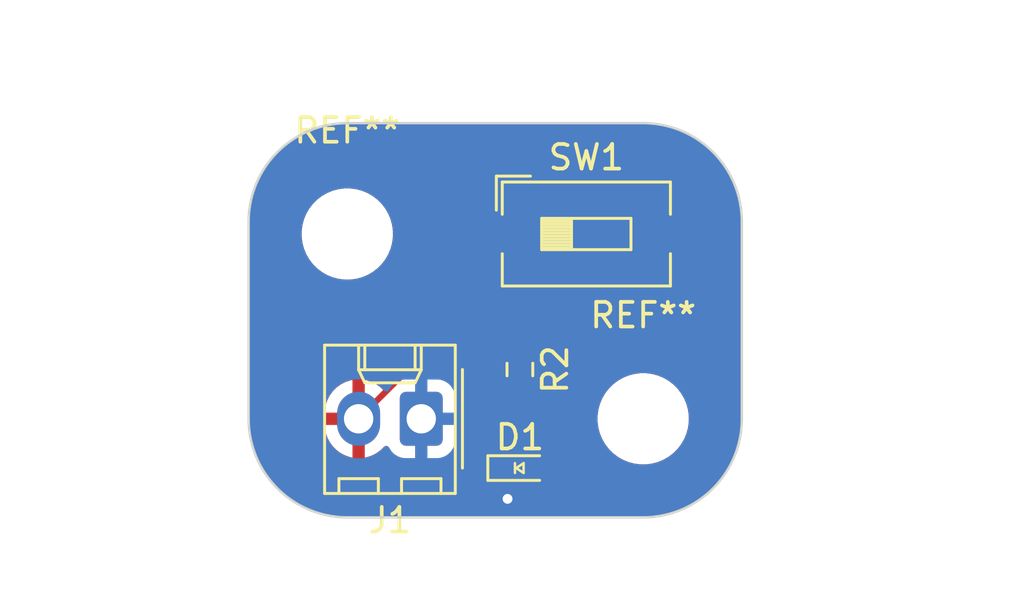
<source format=kicad_pcb>
(kicad_pcb (version 20240108) (generator "pcbnew") (generator_version "8.0")
  (title_block (title "Template") (date "2022-08-16") (rev "0.0") (company "Illini Solar Car") (comment 1 "Designed By: Your Name"))
  (layers (0 "F.Cu" signal) (31 "B.Cu" signal) (34 "B.Paste" user) (35 "F.Paste" user) (36 "B.SilkS" user "B.Silkscreen") (37 "F.SilkS" user "F.Silkscreen") (38 "B.Mask" user) (39 "F.Mask" user) (44 "Edge.Cuts" user))
  (net 0 "")
  (net 1 "Net-(D1-A)")
  (net 2 "GND")
  (net 3 "+3V3")
  (net 4 "Net-(R2-Pad1)")
  (footprint "MountingHole:MountingHole_3.2mm_M3" (layer "F.Cu") (at 138 85)
    (property "Reference" "REF**" (at 0 -4.2 0) (layer "F.SilkS"))
    (property "Value" "MountingHole_3.2mm_M3")
    (pad "" np_thru_hole circle (at 0 0) (size 3.2 3.2) (drill 3.2) (layers "*.Cu" "*.Mask"))
  )
  (footprint "Connector_Molex:Molex_KK-254_AE-6410-02A_1x02_P2.54mm_Vertical" (layer "F.Cu") (at 129 85 180)
    (property "Reference" "J1" (at 1.27 -4.12 0) (layer "F.SilkS"))
    (property "Value" "Conn_01x02")
    (fp_line (start 3.92 2.99) (end 3.92 -3.03) (stroke (width 0.12)) (layer "F.SilkS"))
    (fp_line (start 3.92 -3.03) (end -1.38 -3.03) (stroke (width 0.12)) (layer "F.SilkS"))
    (fp_line (start 3.34 -2.43) (end 3.34 -3.03) (stroke (width 0.12)) (layer "F.SilkS"))
    (fp_line (start 2.54 1.99) (end 2.54 2.99) (stroke (width 0.12)) (layer "F.SilkS"))
    (fp_line (start 2.29 2.99) (end 2.29 1.99) (stroke (width 0.12)) (layer "F.SilkS"))
    (fp_line (start 2.29 1.46) (end 2.54 1.99) (stroke (width 0.12)) (layer "F.SilkS"))
    (fp_line (start 1.74 -2.43) (end 3.34 -2.43) (stroke (width 0.12)) (layer "F.SilkS"))
    (fp_line (start 1.74 -3.03) (end 1.74 -2.43) (stroke (width 0.12)) (layer "F.SilkS"))
    (fp_line (start 0.8 -2.43) (end 0.8 -3.03) (stroke (width 0.12)) (layer "F.SilkS"))
    (fp_line (start 0.25 2.99) (end 0.25 1.99) (stroke (width 0.12)) (layer "F.SilkS"))
    (fp_line (start 0.25 1.46) (end 2.29 1.46) (stroke (width 0.12)) (layer "F.SilkS"))
    (fp_line (start 0 2.99) (end 0 1.99) (stroke (width 0.12)) (layer "F.SilkS"))
    (fp_line (start 0 1.99) (end 2.54 1.99) (stroke (width 0.12)) (layer "F.SilkS"))
    (fp_line (start 0 1.99) (end 0.25 1.46) (stroke (width 0.12)) (layer "F.SilkS"))
    (fp_line (start -0.8 -2.43) (end 0.8 -2.43) (stroke (width 0.12)) (layer "F.SilkS"))
    (fp_line (start -0.8 -3.03) (end -0.8 -2.43) (stroke (width 0.12)) (layer "F.SilkS"))
    (fp_line (start -1.38 2.99) (end 3.92 2.99) (stroke (width 0.12)) (layer "F.SilkS"))
    (fp_line (start -1.38 -3.03) (end -1.38 2.99) (stroke (width 0.12)) (layer "F.SilkS"))
    (fp_line (start -1.67 -2) (end -1.67 2) (stroke (width 0.12)) (layer "F.SilkS"))
    (pad "1" thru_hole roundrect (at 0 0 180) (size 1.74 2.19) (drill 1.19) (layers "*.Cu" "*.Mask") (roundrect_rratio 0.143678) (net 2 "GND"))
    (pad "2" thru_hole oval (at 2.54 0 180) (size 1.74 2.19) (drill 1.19) (layers "*.Cu" "*.Mask") (net 3 "+3V3"))
  )
  (footprint "Resistor_SMD:R_0603_1608Metric_Pad0.98x0.95mm_HandSolder" (layer "F.Cu") (at 133 83 -90)
    (property "Reference" "R2" (at 0 -1.43 90) (layer "F.SilkS"))
    (property "Value" "105")
    (fp_line (start -0.254724 0.5225) (end 0.254724 0.5225) (stroke (width 0.12)) (layer "F.SilkS"))
    (fp_line (start -0.254724 -0.5225) (end 0.254724 -0.5225) (stroke (width 0.12)) (layer "F.SilkS"))
    (pad "1" smd roundrect (at -0.9125 0 270) (size 0.975 0.95) (layers "F.Cu" "F.Paste" "F.Mask") (net 4 "Net-(R2-Pad1)"))
    (pad "2" smd roundrect (at 0.9125 0 270) (size 0.975 0.95) (layers "F.Cu" "F.Paste" "F.Mask") (net 1 "Net-(D1-A)"))
  )
  (footprint "MountingHole:MountingHole_3.2mm_M3" (layer "F.Cu") (at 126 77.5)
    (property "Reference" "REF**" (at 0 -4.2 0) (layer "F.SilkS"))
    (property "Value" "MountingHole_3.2mm_M3")
    (pad "" np_thru_hole circle (at 0 0) (size 3.2 3.2) (drill 3.2) (layers "*.Cu" "*.Mask"))
  )
  (footprint "Button_Switch_SMD:SW_DIP_SPSTx01_Slide_6.7x4.1mm_W8.61mm_P2.54mm_LowProfile" (layer "F.Cu") (at 135.695 77.5)
    (property "Reference" "SW1" (at 0 -3.11 0) (layer "F.SilkS"))
    (property "Value" "SW_Push")
    (fp_line (start -3.65 -2.35) (end -3.65 -0.967) (stroke (width 0.12)) (layer "F.SilkS"))
    (fp_line (start -3.65 -2.35) (end -2.267 -2.35) (stroke (width 0.12)) (layer "F.SilkS"))
    (fp_line (start -3.41 -2.11) (end -3.41 -0.8) (stroke (width 0.12)) (layer "F.SilkS"))
    (fp_line (start -3.41 -2.11) (end 3.41 -2.11) (stroke (width 0.12)) (layer "F.SilkS"))
    (fp_line (start -3.41 0.8) (end -3.41 2.11) (stroke (width 0.12)) (layer "F.SilkS"))
    (fp_line (start -3.41 2.11) (end 3.41 2.11) (stroke (width 0.12)) (layer "F.SilkS"))
    (fp_line (start -1.81 -0.635) (end -1.81 0.635) (stroke (width 0.12)) (layer "F.SilkS"))
    (fp_line (start -1.81 -0.515) (end -0.603333 -0.515) (stroke (width 0.12)) (layer "F.SilkS"))
    (fp_line (start -1.81 -0.395) (end -0.603333 -0.395) (stroke (width 0.12)) (layer "F.SilkS"))
    (fp_line (start -1.81 -0.275) (end -0.603333 -0.275) (stroke (width 0.12)) (layer "F.SilkS"))
    (fp_line (start -1.81 -0.155) (end -0.603333 -0.155) (stroke (width 0.12)) (layer "F.SilkS"))
    (fp_line (start -1.81 -0.035) (end -0.603333 -0.035) (stroke (width 0.12)) (layer "F.SilkS"))
    (fp_line (start -1.81 0.085) (end -0.603333 0.085) (stroke (width 0.12)) (layer "F.SilkS"))
    (fp_line (start -1.81 0.205) (end -0.603333 0.205) (stroke (width 0.12)) (layer "F.SilkS"))
    (fp_line (start -1.81 0.325) (end -0.603333 0.325) (stroke (width 0.12)) (layer "F.SilkS"))
    (fp_line (start -1.81 0.445) (end -0.603333 0.445) (stroke (width 0.12)) (layer "F.SilkS"))
    (fp_line (start -1.81 0.565) (end -0.603333 0.565) (stroke (width 0.12)) (layer "F.SilkS"))
    (fp_line (start -1.81 0.635) (end 1.81 0.635) (stroke (width 0.12)) (layer "F.SilkS"))
    (fp_line (start -0.603333 -0.635) (end -0.603333 0.635) (stroke (width 0.12)) (layer "F.SilkS"))
    (fp_line (start 1.81 -0.635) (end -1.81 -0.635) (stroke (width 0.12)) (layer "F.SilkS"))
    (fp_line (start 1.81 0.635) (end 1.81 -0.635) (stroke (width 0.12)) (layer "F.SilkS"))
    (fp_line (start 3.41 -2.11) (end 3.41 -0.8) (stroke (width 0.12)) (layer "F.SilkS"))
    (fp_line (start 3.41 0.8) (end 3.41 2.11) (stroke (width 0.12)) (layer "F.SilkS"))
    (pad "1" smd rect (at -4.305 0) (size 2.44 1.12) (layers "F.Cu" "F.Paste" "F.Mask") (net 3 "+3V3"))
    (pad "2" smd rect (at 4.305 0) (size 2.44 1.12) (layers "F.Cu" "F.Paste" "F.Mask") (net 4 "Net-(R2-Pad1)"))
  )
  (footprint "layout:LED_0603_Symbol_on_F.SilkS" (layer "F.Cu") (at 133 87)
    (property "Reference" "D1" (at 0 -1.25 0) (layer "F.SilkS"))
    (property "Value" "LED_RED")
    (fp_line (start -1.3 -0.5) (end -1.3 0.5) (stroke (width 0.12)) (layer "F.SilkS"))
    (fp_line (start -1.3 -0.5) (end 0.8 -0.5) (stroke (width 0.12)) (layer "F.SilkS"))
    (fp_line (start -1.3 0.5) (end 0.8 0.5) (stroke (width 0.12)) (layer "F.SilkS"))
    (fp_line (start -0.2 -0.2) (end -0.2 0.2) (stroke (width 0.1)) (layer "F.SilkS"))
    (fp_line (start -0.15 0) (end 0.15 -0.2) (stroke (width 0.1)) (layer "F.SilkS"))
    (fp_line (start 0.15 -0.2) (end 0.15 0.2) (stroke (width 0.1)) (layer "F.SilkS"))
    (fp_line (start 0.15 0.2) (end -0.15 0) (stroke (width 0.1)) (layer "F.SilkS"))
    (pad "1" smd rect (at -0.8 0 180) (size 0.8 0.8) (layers "F.Cu" "F.Paste" "F.Mask") (net 2 "GND"))
    (pad "2" smd rect (at 0.8 0 180) (size 0.8 0.8) (layers "F.Cu" "F.Paste" "F.Mask") (net 1 "Net-(D1-A)"))
  )
  (gr_arc (start 126 89) (mid 123.171573 87.828427) (end 122 85) (stroke (width 0.1)) (layer "Edge.Cuts"))
  (gr_arc (start 138 73) (mid 140.828427 74.171573) (end 142 77) (stroke (width 0.1)) (layer "Edge.Cuts"))
  (gr_line (start 126 73) (end 138 73) (stroke (width 0.1)) (layer "Edge.Cuts"))
  (gr_line (start 138 89) (end 126 89) (stroke (width 0.1)) (layer "Edge.Cuts"))
  (gr_arc (start 142 85) (mid 140.828427 87.828427) (end 138 89) (stroke (width 0.1)) (layer "Edge.Cuts"))
  (gr_line (start 142 77) (end 142 85) (stroke (width 0.1)) (layer "Edge.Cuts"))
  (gr_line (start 122 85) (end 122 77) (stroke (width 0.1)) (layer "Edge.Cuts"))
  (gr_arc (start 122 77) (mid 123.171573 74.171573) (end 126 73) (stroke (width 0.1)) (layer "Edge.Cuts"))
  (segment (start 133.8 87) (end 133.8 84.7125) (width 0.25) (layer "F.Cu") (net 1))
  (segment (start 133.8 84.7125) (end 133 83.9125) (width 0.25) (layer "F.Cu") (net 1))
  (segment (start 132.5 88.25) (end 132.5 87.3) (width 0.25) (layer "F.Cu") (net 2))
  (segment (start 132.5 87.3) (end 132.2 87) (width 0.25) (layer "F.Cu") (net 2))
  (via (at 132.5 88.25) (size 0.8) (drill 0.4) (layers "F.Cu" "B.Cu") (net 2))
  (segment (start 126.46 85) (end 131.39 80.07) (width 0.25) (layer "F.Cu") (net 3))
  (segment (start 131.39 80.07) (end 131.39 77.5) (width 0.25) (layer "F.Cu") (net 3))
  (segment (start 139 81) (end 135 81) (width 0.25) (layer "F.Cu") (net 4))
  (segment (start 135 81) (end 133.9125 82.0875) (width 0.25) (layer "F.Cu") (net 4))
  (segment (start 140 80) (end 139 81) (width 0.25) (layer "F.Cu") (net 4))
  (segment (start 133.9125 82.0875) (end 133 82.0875) (width 0.25) (layer "F.Cu") (net 4))
  (segment (start 140 77.5) (end 140 80) (width 0.25) (layer "F.Cu") (net 4))
  (zone (net 3) (net_name "+3V3") (layer "F.Cu") (connect_pads (clearance 0.508)) (min_thickness 0.25) (fill yes (thermal_gap 0.5) (thermal_bridge_width 0.5))
    (polygon (pts (xy 121 72) (xy 143 72) (xy 143 90) (xy 121 90)))
  )
  (zone (net 2) (net_name "GND") (layer "B.Cu") (priority 1) (connect_pads (clearance 0.508)) (min_thickness 0.25) (fill yes (thermal_gap 0.5) (thermal_bridge_width 0.5))
    (polygon (pts (xy 121 72) (xy 143 72) (xy 143 90) (xy 121 90)))
  )
)
</source>
